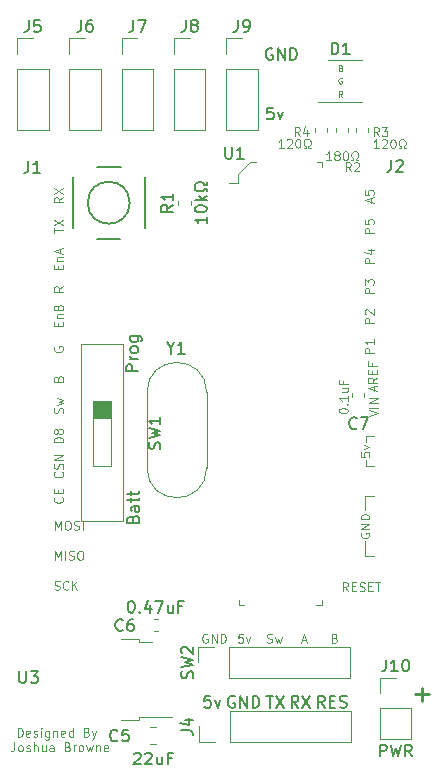
<source format=gbr>
G04 #@! TF.GenerationSoftware,KiCad,Pcbnew,(5.1.4-0-10_14)*
G04 #@! TF.CreationDate,2020-05-04T21:59:13+12:00*
G04 #@! TF.ProjectId,Hand Mesurement Device,48616e64-204d-4657-9375-72656d656e74,rev?*
G04 #@! TF.SameCoordinates,Original*
G04 #@! TF.FileFunction,Legend,Top*
G04 #@! TF.FilePolarity,Positive*
%FSLAX46Y46*%
G04 Gerber Fmt 4.6, Leading zero omitted, Abs format (unit mm)*
G04 Created by KiCad (PCBNEW (5.1.4-0-10_14)) date 2020-05-04 21:59:13*
%MOMM*%
%LPD*%
G04 APERTURE LIST*
%ADD10C,0.150000*%
%ADD11C,0.100000*%
%ADD12C,0.120000*%
%ADD13C,0.225000*%
%ADD14C,0.203200*%
%ADD15C,0.075000*%
G04 APERTURE END LIST*
D10*
X148980952Y-124432380D02*
X148647619Y-123956190D01*
X148409523Y-124432380D02*
X148409523Y-123432380D01*
X148790476Y-123432380D01*
X148885714Y-123480000D01*
X148933333Y-123527619D01*
X148980952Y-123622857D01*
X148980952Y-123765714D01*
X148933333Y-123860952D01*
X148885714Y-123908571D01*
X148790476Y-123956190D01*
X148409523Y-123956190D01*
X149409523Y-123908571D02*
X149742857Y-123908571D01*
X149885714Y-124432380D02*
X149409523Y-124432380D01*
X149409523Y-123432380D01*
X149885714Y-123432380D01*
X150266666Y-124384761D02*
X150409523Y-124432380D01*
X150647619Y-124432380D01*
X150742857Y-124384761D01*
X150790476Y-124337142D01*
X150838095Y-124241904D01*
X150838095Y-124146666D01*
X150790476Y-124051428D01*
X150742857Y-124003809D01*
X150647619Y-123956190D01*
X150457142Y-123908571D01*
X150361904Y-123860952D01*
X150314285Y-123813333D01*
X150266666Y-123718095D01*
X150266666Y-123622857D01*
X150314285Y-123527619D01*
X150361904Y-123480000D01*
X150457142Y-123432380D01*
X150695238Y-123432380D01*
X150838095Y-123480000D01*
X144020000Y-123432380D02*
X144591428Y-123432380D01*
X144305714Y-124432380D02*
X144305714Y-123432380D01*
X144829524Y-123432380D02*
X145496190Y-124432380D01*
X145496190Y-123432380D02*
X144829524Y-124432380D01*
X139297142Y-123432380D02*
X138820952Y-123432380D01*
X138773333Y-123908571D01*
X138820952Y-123860952D01*
X138916190Y-123813333D01*
X139154285Y-123813333D01*
X139249523Y-123860952D01*
X139297142Y-123908571D01*
X139344761Y-124003809D01*
X139344761Y-124241904D01*
X139297142Y-124337142D01*
X139249523Y-124384761D01*
X139154285Y-124432380D01*
X138916190Y-124432380D01*
X138820952Y-124384761D01*
X138773333Y-124337142D01*
X139678095Y-123765714D02*
X139916190Y-124432380D01*
X140154285Y-123765714D01*
X141349047Y-123480000D02*
X141253809Y-123432380D01*
X141110952Y-123432380D01*
X140968094Y-123480000D01*
X140872856Y-123575238D01*
X140825237Y-123670476D01*
X140777618Y-123860952D01*
X140777618Y-124003809D01*
X140825237Y-124194285D01*
X140872856Y-124289523D01*
X140968094Y-124384761D01*
X141110952Y-124432380D01*
X141206190Y-124432380D01*
X141349047Y-124384761D01*
X141396666Y-124337142D01*
X141396666Y-124003809D01*
X141206190Y-124003809D01*
X141825237Y-124432380D02*
X141825237Y-123432380D01*
X142396666Y-124432380D01*
X142396666Y-123432380D01*
X142872856Y-124432380D02*
X142872856Y-123432380D01*
X143110952Y-123432380D01*
X143253809Y-123480000D01*
X143349047Y-123575238D01*
X143396666Y-123670476D01*
X143444285Y-123860952D01*
X143444285Y-124003809D01*
X143396666Y-124194285D01*
X143349047Y-124289523D01*
X143253809Y-124384761D01*
X143110952Y-124432380D01*
X142872856Y-124432380D01*
X146738571Y-124432380D02*
X146405238Y-123956190D01*
X146167142Y-124432380D02*
X146167142Y-123432380D01*
X146548095Y-123432380D01*
X146643333Y-123480000D01*
X146690952Y-123527619D01*
X146738571Y-123622857D01*
X146738571Y-123765714D01*
X146690952Y-123860952D01*
X146643333Y-123908571D01*
X146548095Y-123956190D01*
X146167142Y-123956190D01*
X147071904Y-123432380D02*
X147738571Y-124432380D01*
X147738571Y-123432380D02*
X147071904Y-124432380D01*
D11*
X122978571Y-126906785D02*
X122978571Y-126156785D01*
X123157142Y-126156785D01*
X123264285Y-126192500D01*
X123335714Y-126263928D01*
X123371428Y-126335357D01*
X123407142Y-126478214D01*
X123407142Y-126585357D01*
X123371428Y-126728214D01*
X123335714Y-126799642D01*
X123264285Y-126871071D01*
X123157142Y-126906785D01*
X122978571Y-126906785D01*
X124014285Y-126871071D02*
X123942857Y-126906785D01*
X123800000Y-126906785D01*
X123728571Y-126871071D01*
X123692857Y-126799642D01*
X123692857Y-126513928D01*
X123728571Y-126442500D01*
X123800000Y-126406785D01*
X123942857Y-126406785D01*
X124014285Y-126442500D01*
X124050000Y-126513928D01*
X124050000Y-126585357D01*
X123692857Y-126656785D01*
X124335714Y-126871071D02*
X124407142Y-126906785D01*
X124550000Y-126906785D01*
X124621428Y-126871071D01*
X124657142Y-126799642D01*
X124657142Y-126763928D01*
X124621428Y-126692500D01*
X124550000Y-126656785D01*
X124442857Y-126656785D01*
X124371428Y-126621071D01*
X124335714Y-126549642D01*
X124335714Y-126513928D01*
X124371428Y-126442500D01*
X124442857Y-126406785D01*
X124550000Y-126406785D01*
X124621428Y-126442500D01*
X124978571Y-126906785D02*
X124978571Y-126406785D01*
X124978571Y-126156785D02*
X124942857Y-126192500D01*
X124978571Y-126228214D01*
X125014285Y-126192500D01*
X124978571Y-126156785D01*
X124978571Y-126228214D01*
X125657142Y-126406785D02*
X125657142Y-127013928D01*
X125621428Y-127085357D01*
X125585714Y-127121071D01*
X125514285Y-127156785D01*
X125407142Y-127156785D01*
X125335714Y-127121071D01*
X125657142Y-126871071D02*
X125585714Y-126906785D01*
X125442857Y-126906785D01*
X125371428Y-126871071D01*
X125335714Y-126835357D01*
X125300000Y-126763928D01*
X125300000Y-126549642D01*
X125335714Y-126478214D01*
X125371428Y-126442500D01*
X125442857Y-126406785D01*
X125585714Y-126406785D01*
X125657142Y-126442500D01*
X126014285Y-126406785D02*
X126014285Y-126906785D01*
X126014285Y-126478214D02*
X126050000Y-126442500D01*
X126121428Y-126406785D01*
X126228571Y-126406785D01*
X126300000Y-126442500D01*
X126335714Y-126513928D01*
X126335714Y-126906785D01*
X126978571Y-126871071D02*
X126907142Y-126906785D01*
X126764285Y-126906785D01*
X126692857Y-126871071D01*
X126657142Y-126799642D01*
X126657142Y-126513928D01*
X126692857Y-126442500D01*
X126764285Y-126406785D01*
X126907142Y-126406785D01*
X126978571Y-126442500D01*
X127014285Y-126513928D01*
X127014285Y-126585357D01*
X126657142Y-126656785D01*
X127657142Y-126906785D02*
X127657142Y-126156785D01*
X127657142Y-126871071D02*
X127585714Y-126906785D01*
X127442857Y-126906785D01*
X127371428Y-126871071D01*
X127335714Y-126835357D01*
X127300000Y-126763928D01*
X127300000Y-126549642D01*
X127335714Y-126478214D01*
X127371428Y-126442500D01*
X127442857Y-126406785D01*
X127585714Y-126406785D01*
X127657142Y-126442500D01*
X128835714Y-126513928D02*
X128942857Y-126549642D01*
X128978571Y-126585357D01*
X129014285Y-126656785D01*
X129014285Y-126763928D01*
X128978571Y-126835357D01*
X128942857Y-126871071D01*
X128871428Y-126906785D01*
X128585714Y-126906785D01*
X128585714Y-126156785D01*
X128835714Y-126156785D01*
X128907142Y-126192500D01*
X128942857Y-126228214D01*
X128978571Y-126299642D01*
X128978571Y-126371071D01*
X128942857Y-126442500D01*
X128907142Y-126478214D01*
X128835714Y-126513928D01*
X128585714Y-126513928D01*
X129264285Y-126406785D02*
X129442857Y-126906785D01*
X129621428Y-126406785D02*
X129442857Y-126906785D01*
X129371428Y-127085357D01*
X129335714Y-127121071D01*
X129264285Y-127156785D01*
X122710714Y-127381785D02*
X122710714Y-127917500D01*
X122675000Y-128024642D01*
X122603571Y-128096071D01*
X122496428Y-128131785D01*
X122425000Y-128131785D01*
X123175000Y-128131785D02*
X123103571Y-128096071D01*
X123067857Y-128060357D01*
X123032142Y-127988928D01*
X123032142Y-127774642D01*
X123067857Y-127703214D01*
X123103571Y-127667500D01*
X123175000Y-127631785D01*
X123282142Y-127631785D01*
X123353571Y-127667500D01*
X123389285Y-127703214D01*
X123425000Y-127774642D01*
X123425000Y-127988928D01*
X123389285Y-128060357D01*
X123353571Y-128096071D01*
X123282142Y-128131785D01*
X123175000Y-128131785D01*
X123710714Y-128096071D02*
X123782142Y-128131785D01*
X123925000Y-128131785D01*
X123996428Y-128096071D01*
X124032142Y-128024642D01*
X124032142Y-127988928D01*
X123996428Y-127917500D01*
X123925000Y-127881785D01*
X123817857Y-127881785D01*
X123746428Y-127846071D01*
X123710714Y-127774642D01*
X123710714Y-127738928D01*
X123746428Y-127667500D01*
X123817857Y-127631785D01*
X123925000Y-127631785D01*
X123996428Y-127667500D01*
X124353571Y-128131785D02*
X124353571Y-127381785D01*
X124675000Y-128131785D02*
X124675000Y-127738928D01*
X124639285Y-127667500D01*
X124567857Y-127631785D01*
X124460714Y-127631785D01*
X124389285Y-127667500D01*
X124353571Y-127703214D01*
X125353571Y-127631785D02*
X125353571Y-128131785D01*
X125032142Y-127631785D02*
X125032142Y-128024642D01*
X125067857Y-128096071D01*
X125139285Y-128131785D01*
X125246428Y-128131785D01*
X125317857Y-128096071D01*
X125353571Y-128060357D01*
X126032142Y-128131785D02*
X126032142Y-127738928D01*
X125996428Y-127667500D01*
X125925000Y-127631785D01*
X125782142Y-127631785D01*
X125710714Y-127667500D01*
X126032142Y-128096071D02*
X125960714Y-128131785D01*
X125782142Y-128131785D01*
X125710714Y-128096071D01*
X125675000Y-128024642D01*
X125675000Y-127953214D01*
X125710714Y-127881785D01*
X125782142Y-127846071D01*
X125960714Y-127846071D01*
X126032142Y-127810357D01*
X127210714Y-127738928D02*
X127317857Y-127774642D01*
X127353571Y-127810357D01*
X127389285Y-127881785D01*
X127389285Y-127988928D01*
X127353571Y-128060357D01*
X127317857Y-128096071D01*
X127246428Y-128131785D01*
X126960714Y-128131785D01*
X126960714Y-127381785D01*
X127210714Y-127381785D01*
X127282142Y-127417500D01*
X127317857Y-127453214D01*
X127353571Y-127524642D01*
X127353571Y-127596071D01*
X127317857Y-127667500D01*
X127282142Y-127703214D01*
X127210714Y-127738928D01*
X126960714Y-127738928D01*
X127710714Y-128131785D02*
X127710714Y-127631785D01*
X127710714Y-127774642D02*
X127746428Y-127703214D01*
X127782142Y-127667500D01*
X127853571Y-127631785D01*
X127925000Y-127631785D01*
X128282142Y-128131785D02*
X128210714Y-128096071D01*
X128175000Y-128060357D01*
X128139285Y-127988928D01*
X128139285Y-127774642D01*
X128175000Y-127703214D01*
X128210714Y-127667500D01*
X128282142Y-127631785D01*
X128389285Y-127631785D01*
X128460714Y-127667500D01*
X128496428Y-127703214D01*
X128532142Y-127774642D01*
X128532142Y-127988928D01*
X128496428Y-128060357D01*
X128460714Y-128096071D01*
X128389285Y-128131785D01*
X128282142Y-128131785D01*
X128782142Y-127631785D02*
X128925000Y-128131785D01*
X129067857Y-127774642D01*
X129210714Y-128131785D01*
X129353571Y-127631785D01*
X129639285Y-127631785D02*
X129639285Y-128131785D01*
X129639285Y-127703214D02*
X129675000Y-127667500D01*
X129746428Y-127631785D01*
X129853571Y-127631785D01*
X129925000Y-127667500D01*
X129960714Y-127738928D01*
X129960714Y-128131785D01*
X130603571Y-128096071D02*
X130532142Y-128131785D01*
X130389285Y-128131785D01*
X130317857Y-128096071D01*
X130282142Y-128024642D01*
X130282142Y-127738928D01*
X130317857Y-127667500D01*
X130389285Y-127631785D01*
X130532142Y-127631785D01*
X130603571Y-127667500D01*
X130639285Y-127738928D01*
X130639285Y-127810357D01*
X130282142Y-127881785D01*
D10*
X132753571Y-108452380D02*
X132801190Y-108309523D01*
X132848809Y-108261904D01*
X132944047Y-108214285D01*
X133086904Y-108214285D01*
X133182142Y-108261904D01*
X133229761Y-108309523D01*
X133277380Y-108404761D01*
X133277380Y-108785714D01*
X132277380Y-108785714D01*
X132277380Y-108452380D01*
X132325000Y-108357142D01*
X132372619Y-108309523D01*
X132467857Y-108261904D01*
X132563095Y-108261904D01*
X132658333Y-108309523D01*
X132705952Y-108357142D01*
X132753571Y-108452380D01*
X132753571Y-108785714D01*
X133277380Y-107357142D02*
X132753571Y-107357142D01*
X132658333Y-107404761D01*
X132610714Y-107500000D01*
X132610714Y-107690476D01*
X132658333Y-107785714D01*
X133229761Y-107357142D02*
X133277380Y-107452380D01*
X133277380Y-107690476D01*
X133229761Y-107785714D01*
X133134523Y-107833333D01*
X133039285Y-107833333D01*
X132944047Y-107785714D01*
X132896428Y-107690476D01*
X132896428Y-107452380D01*
X132848809Y-107357142D01*
X132610714Y-107023809D02*
X132610714Y-106642857D01*
X132277380Y-106880952D02*
X133134523Y-106880952D01*
X133229761Y-106833333D01*
X133277380Y-106738095D01*
X133277380Y-106642857D01*
X132610714Y-106452380D02*
X132610714Y-106071428D01*
X132277380Y-106309523D02*
X133134523Y-106309523D01*
X133229761Y-106261904D01*
X133277380Y-106166666D01*
X133277380Y-106071428D01*
D11*
X126742857Y-104480357D02*
X126778571Y-104516071D01*
X126814285Y-104623214D01*
X126814285Y-104694642D01*
X126778571Y-104801785D01*
X126707142Y-104873214D01*
X126635714Y-104908928D01*
X126492857Y-104944642D01*
X126385714Y-104944642D01*
X126242857Y-104908928D01*
X126171428Y-104873214D01*
X126100000Y-104801785D01*
X126064285Y-104694642D01*
X126064285Y-104623214D01*
X126100000Y-104516071D01*
X126135714Y-104480357D01*
X126778571Y-104194642D02*
X126814285Y-104087500D01*
X126814285Y-103908928D01*
X126778571Y-103837500D01*
X126742857Y-103801785D01*
X126671428Y-103766071D01*
X126600000Y-103766071D01*
X126528571Y-103801785D01*
X126492857Y-103837500D01*
X126457142Y-103908928D01*
X126421428Y-104051785D01*
X126385714Y-104123214D01*
X126350000Y-104158928D01*
X126278571Y-104194642D01*
X126207142Y-104194642D01*
X126135714Y-104158928D01*
X126100000Y-104123214D01*
X126064285Y-104051785D01*
X126064285Y-103873214D01*
X126100000Y-103766071D01*
X126814285Y-103444642D02*
X126064285Y-103444642D01*
X126814285Y-103016071D01*
X126064285Y-103016071D01*
D10*
X133177380Y-95951190D02*
X132177380Y-95951190D01*
X132177380Y-95570238D01*
X132225000Y-95475000D01*
X132272619Y-95427380D01*
X132367857Y-95379761D01*
X132510714Y-95379761D01*
X132605952Y-95427380D01*
X132653571Y-95475000D01*
X132701190Y-95570238D01*
X132701190Y-95951190D01*
X133177380Y-94951190D02*
X132510714Y-94951190D01*
X132701190Y-94951190D02*
X132605952Y-94903571D01*
X132558333Y-94855952D01*
X132510714Y-94760714D01*
X132510714Y-94665476D01*
X133177380Y-94189285D02*
X133129761Y-94284523D01*
X133082142Y-94332142D01*
X132986904Y-94379761D01*
X132701190Y-94379761D01*
X132605952Y-94332142D01*
X132558333Y-94284523D01*
X132510714Y-94189285D01*
X132510714Y-94046428D01*
X132558333Y-93951190D01*
X132605952Y-93903571D01*
X132701190Y-93855952D01*
X132986904Y-93855952D01*
X133082142Y-93903571D01*
X133129761Y-93951190D01*
X133177380Y-94046428D01*
X133177380Y-94189285D01*
X132510714Y-92998809D02*
X133320238Y-92998809D01*
X133415476Y-93046428D01*
X133463095Y-93094047D01*
X133510714Y-93189285D01*
X133510714Y-93332142D01*
X133463095Y-93427380D01*
X133129761Y-92998809D02*
X133177380Y-93094047D01*
X133177380Y-93284523D01*
X133129761Y-93379761D01*
X133082142Y-93427380D01*
X132986904Y-93475000D01*
X132701190Y-93475000D01*
X132605952Y-93427380D01*
X132558333Y-93379761D01*
X132510714Y-93284523D01*
X132510714Y-93094047D01*
X132558333Y-92998809D01*
D12*
X152400000Y-111625000D02*
X153150000Y-111625000D01*
X152400000Y-110350000D02*
X152400000Y-111625000D01*
X152400000Y-106525000D02*
X153175000Y-106525000D01*
X152400000Y-107700000D02*
X152400000Y-106525000D01*
X152475000Y-103950000D02*
X153125000Y-103950000D01*
X152475000Y-103475000D02*
X152475000Y-103950000D01*
X152475000Y-101425000D02*
X153125000Y-101425000D01*
X152475000Y-101950000D02*
X152475000Y-101425000D01*
D11*
X150960714Y-114564285D02*
X150710714Y-114207142D01*
X150532142Y-114564285D02*
X150532142Y-113814285D01*
X150817857Y-113814285D01*
X150889285Y-113850000D01*
X150925000Y-113885714D01*
X150960714Y-113957142D01*
X150960714Y-114064285D01*
X150925000Y-114135714D01*
X150889285Y-114171428D01*
X150817857Y-114207142D01*
X150532142Y-114207142D01*
X151282142Y-114171428D02*
X151532142Y-114171428D01*
X151639285Y-114564285D02*
X151282142Y-114564285D01*
X151282142Y-113814285D01*
X151639285Y-113814285D01*
X151925000Y-114528571D02*
X152032142Y-114564285D01*
X152210714Y-114564285D01*
X152282142Y-114528571D01*
X152317857Y-114492857D01*
X152353571Y-114421428D01*
X152353571Y-114350000D01*
X152317857Y-114278571D01*
X152282142Y-114242857D01*
X152210714Y-114207142D01*
X152067857Y-114171428D01*
X151996428Y-114135714D01*
X151960714Y-114100000D01*
X151925000Y-114028571D01*
X151925000Y-113957142D01*
X151960714Y-113885714D01*
X151996428Y-113850000D01*
X152067857Y-113814285D01*
X152246428Y-113814285D01*
X152353571Y-113850000D01*
X152675000Y-114171428D02*
X152925000Y-114171428D01*
X153032142Y-114564285D02*
X152675000Y-114564285D01*
X152675000Y-113814285D01*
X153032142Y-113814285D01*
X153246428Y-113814285D02*
X153675000Y-113814285D01*
X153460714Y-114564285D02*
X153460714Y-113814285D01*
X152050000Y-109645653D02*
X152014285Y-109717082D01*
X152014285Y-109824225D01*
X152050000Y-109931367D01*
X152121428Y-110002796D01*
X152192857Y-110038510D01*
X152335714Y-110074225D01*
X152442857Y-110074225D01*
X152585714Y-110038510D01*
X152657142Y-110002796D01*
X152728571Y-109931367D01*
X152764285Y-109824225D01*
X152764285Y-109752796D01*
X152728571Y-109645653D01*
X152692857Y-109609939D01*
X152442857Y-109609939D01*
X152442857Y-109752796D01*
X152764285Y-109288510D02*
X152014285Y-109288510D01*
X152764285Y-108859939D01*
X152014285Y-108859939D01*
X152764285Y-108502796D02*
X152014285Y-108502796D01*
X152014285Y-108324225D01*
X152050000Y-108217082D01*
X152121428Y-108145653D01*
X152192857Y-108109939D01*
X152335714Y-108074225D01*
X152442857Y-108074225D01*
X152585714Y-108109939D01*
X152657142Y-108145653D01*
X152728571Y-108217082D01*
X152764285Y-108324225D01*
X152764285Y-108502796D01*
X152014285Y-102827142D02*
X152014285Y-103184285D01*
X152371428Y-103220000D01*
X152335714Y-103184285D01*
X152300000Y-103112857D01*
X152300000Y-102934285D01*
X152335714Y-102862857D01*
X152371428Y-102827142D01*
X152442857Y-102791428D01*
X152621428Y-102791428D01*
X152692857Y-102827142D01*
X152728571Y-102862857D01*
X152764285Y-102934285D01*
X152764285Y-103112857D01*
X152728571Y-103184285D01*
X152692857Y-103220000D01*
X152264285Y-102541428D02*
X152764285Y-102362857D01*
X152264285Y-102184285D01*
X152739285Y-99771428D02*
X153489285Y-99521428D01*
X152739285Y-99271428D01*
X153489285Y-99021428D02*
X152739285Y-99021428D01*
X153489285Y-98664285D02*
X152739285Y-98664285D01*
X153489285Y-98235714D01*
X152739285Y-98235714D01*
X153175000Y-97589285D02*
X153175000Y-97232142D01*
X153389285Y-97660714D02*
X152639285Y-97410714D01*
X153389285Y-97160714D01*
X153389285Y-96482142D02*
X153032142Y-96732142D01*
X153389285Y-96910714D02*
X152639285Y-96910714D01*
X152639285Y-96625000D01*
X152675000Y-96553571D01*
X152710714Y-96517857D01*
X152782142Y-96482142D01*
X152889285Y-96482142D01*
X152960714Y-96517857D01*
X152996428Y-96553571D01*
X153032142Y-96625000D01*
X153032142Y-96910714D01*
X152996428Y-96160714D02*
X152996428Y-95910714D01*
X153389285Y-95803571D02*
X153389285Y-96160714D01*
X152639285Y-96160714D01*
X152639285Y-95803571D01*
X152996428Y-95232142D02*
X152996428Y-95482142D01*
X153389285Y-95482142D02*
X152639285Y-95482142D01*
X152639285Y-95125000D01*
X153114285Y-94385492D02*
X152364285Y-94385492D01*
X152364285Y-94099778D01*
X152400000Y-94028349D01*
X152435714Y-93992635D01*
X152507142Y-93956921D01*
X152614285Y-93956921D01*
X152685714Y-93992635D01*
X152721428Y-94028349D01*
X152757142Y-94099778D01*
X152757142Y-94385492D01*
X153114285Y-93242635D02*
X153114285Y-93671206D01*
X153114285Y-93456921D02*
X152364285Y-93456921D01*
X152471428Y-93528349D01*
X152542857Y-93599778D01*
X152578571Y-93671206D01*
X153114285Y-91845108D02*
X152364285Y-91845108D01*
X152364285Y-91559394D01*
X152400000Y-91487965D01*
X152435714Y-91452251D01*
X152507142Y-91416537D01*
X152614285Y-91416537D01*
X152685714Y-91452251D01*
X152721428Y-91487965D01*
X152757142Y-91559394D01*
X152757142Y-91845108D01*
X152435714Y-91130822D02*
X152400000Y-91095108D01*
X152364285Y-91023679D01*
X152364285Y-90845108D01*
X152400000Y-90773679D01*
X152435714Y-90737965D01*
X152507142Y-90702251D01*
X152578571Y-90702251D01*
X152685714Y-90737965D01*
X153114285Y-91166537D01*
X153114285Y-90702251D01*
X153114285Y-89304724D02*
X152364285Y-89304724D01*
X152364285Y-89019010D01*
X152400000Y-88947581D01*
X152435714Y-88911867D01*
X152507142Y-88876153D01*
X152614285Y-88876153D01*
X152685714Y-88911867D01*
X152721428Y-88947581D01*
X152757142Y-89019010D01*
X152757142Y-89304724D01*
X152364285Y-88626153D02*
X152364285Y-88161867D01*
X152650000Y-88411867D01*
X152650000Y-88304724D01*
X152685714Y-88233295D01*
X152721428Y-88197581D01*
X152792857Y-88161867D01*
X152971428Y-88161867D01*
X153042857Y-88197581D01*
X153078571Y-88233295D01*
X153114285Y-88304724D01*
X153114285Y-88519010D01*
X153078571Y-88590438D01*
X153042857Y-88626153D01*
X153114285Y-86764340D02*
X152364285Y-86764340D01*
X152364285Y-86478626D01*
X152400000Y-86407197D01*
X152435714Y-86371483D01*
X152507142Y-86335769D01*
X152614285Y-86335769D01*
X152685714Y-86371483D01*
X152721428Y-86407197D01*
X152757142Y-86478626D01*
X152757142Y-86764340D01*
X152614285Y-85692911D02*
X153114285Y-85692911D01*
X152328571Y-85871483D02*
X152864285Y-86050054D01*
X152864285Y-85585769D01*
X153114285Y-84223956D02*
X152364285Y-84223956D01*
X152364285Y-83938242D01*
X152400000Y-83866813D01*
X152435714Y-83831099D01*
X152507142Y-83795385D01*
X152614285Y-83795385D01*
X152685714Y-83831099D01*
X152721428Y-83866813D01*
X152757142Y-83938242D01*
X152757142Y-84223956D01*
X152364285Y-83116813D02*
X152364285Y-83473956D01*
X152721428Y-83509670D01*
X152685714Y-83473956D01*
X152650000Y-83402527D01*
X152650000Y-83223956D01*
X152685714Y-83152527D01*
X152721428Y-83116813D01*
X152792857Y-83081099D01*
X152971428Y-83081099D01*
X153042857Y-83116813D01*
X153078571Y-83152527D01*
X153114285Y-83223956D01*
X153114285Y-83402527D01*
X153078571Y-83473956D01*
X153042857Y-83509670D01*
X152900000Y-81665715D02*
X152900000Y-81308572D01*
X153114285Y-81737143D02*
X152364285Y-81487143D01*
X153114285Y-81237143D01*
X152364285Y-80630001D02*
X152364285Y-80987143D01*
X152721428Y-81022858D01*
X152685714Y-80987143D01*
X152650000Y-80915715D01*
X152650000Y-80737143D01*
X152685714Y-80665715D01*
X152721428Y-80630001D01*
X152792857Y-80594286D01*
X152971428Y-80594286D01*
X153042857Y-80630001D01*
X153078571Y-80665715D01*
X153114285Y-80737143D01*
X153114285Y-80915715D01*
X153078571Y-80987143D01*
X153042857Y-81022858D01*
X126102857Y-114426071D02*
X126210000Y-114461785D01*
X126388571Y-114461785D01*
X126460000Y-114426071D01*
X126495714Y-114390357D01*
X126531428Y-114318928D01*
X126531428Y-114247500D01*
X126495714Y-114176071D01*
X126460000Y-114140357D01*
X126388571Y-114104642D01*
X126245714Y-114068928D01*
X126174285Y-114033214D01*
X126138571Y-113997500D01*
X126102857Y-113926071D01*
X126102857Y-113854642D01*
X126138571Y-113783214D01*
X126174285Y-113747500D01*
X126245714Y-113711785D01*
X126424285Y-113711785D01*
X126531428Y-113747500D01*
X127281428Y-114390357D02*
X127245714Y-114426071D01*
X127138571Y-114461785D01*
X127067143Y-114461785D01*
X126960000Y-114426071D01*
X126888571Y-114354642D01*
X126852857Y-114283214D01*
X126817143Y-114140357D01*
X126817143Y-114033214D01*
X126852857Y-113890357D01*
X126888571Y-113818928D01*
X126960000Y-113747500D01*
X127067143Y-113711785D01*
X127138571Y-113711785D01*
X127245714Y-113747500D01*
X127281428Y-113783214D01*
X127602857Y-114461785D02*
X127602857Y-113711785D01*
X128031428Y-114461785D02*
X127710000Y-114033214D01*
X128031428Y-113711785D02*
X127602857Y-114140357D01*
X126138571Y-111921785D02*
X126138571Y-111171785D01*
X126388571Y-111707500D01*
X126638571Y-111171785D01*
X126638571Y-111921785D01*
X126995714Y-111921785D02*
X126995714Y-111171785D01*
X127317143Y-111886071D02*
X127424285Y-111921785D01*
X127602857Y-111921785D01*
X127674285Y-111886071D01*
X127710000Y-111850357D01*
X127745714Y-111778928D01*
X127745714Y-111707500D01*
X127710000Y-111636071D01*
X127674285Y-111600357D01*
X127602857Y-111564642D01*
X127460000Y-111528928D01*
X127388571Y-111493214D01*
X127352857Y-111457500D01*
X127317143Y-111386071D01*
X127317143Y-111314642D01*
X127352857Y-111243214D01*
X127388571Y-111207500D01*
X127460000Y-111171785D01*
X127638571Y-111171785D01*
X127745714Y-111207500D01*
X128210000Y-111171785D02*
X128352857Y-111171785D01*
X128424285Y-111207500D01*
X128495714Y-111278928D01*
X128531428Y-111421785D01*
X128531428Y-111671785D01*
X128495714Y-111814642D01*
X128424285Y-111886071D01*
X128352857Y-111921785D01*
X128210000Y-111921785D01*
X128138571Y-111886071D01*
X128067143Y-111814642D01*
X128031428Y-111671785D01*
X128031428Y-111421785D01*
X128067143Y-111278928D01*
X128138571Y-111207500D01*
X128210000Y-111171785D01*
X126138571Y-109381785D02*
X126138571Y-108631785D01*
X126388571Y-109167500D01*
X126638571Y-108631785D01*
X126638571Y-109381785D01*
X127138571Y-108631785D02*
X127281428Y-108631785D01*
X127352857Y-108667500D01*
X127424285Y-108738928D01*
X127460000Y-108881785D01*
X127460000Y-109131785D01*
X127424285Y-109274642D01*
X127352857Y-109346071D01*
X127281428Y-109381785D01*
X127138571Y-109381785D01*
X127067143Y-109346071D01*
X126995714Y-109274642D01*
X126960000Y-109131785D01*
X126960000Y-108881785D01*
X126995714Y-108738928D01*
X127067143Y-108667500D01*
X127138571Y-108631785D01*
X127745714Y-109346071D02*
X127852857Y-109381785D01*
X128031428Y-109381785D01*
X128102857Y-109346071D01*
X128138571Y-109310357D01*
X128174285Y-109238928D01*
X128174285Y-109167500D01*
X128138571Y-109096071D01*
X128102857Y-109060357D01*
X128031428Y-109024642D01*
X127888571Y-108988928D01*
X127817143Y-108953214D01*
X127781428Y-108917500D01*
X127745714Y-108846071D01*
X127745714Y-108774642D01*
X127781428Y-108703214D01*
X127817143Y-108667500D01*
X127888571Y-108631785D01*
X128067143Y-108631785D01*
X128174285Y-108667500D01*
X128495714Y-109381785D02*
X128495714Y-108631785D01*
X126742857Y-106609642D02*
X126778571Y-106645357D01*
X126814285Y-106752500D01*
X126814285Y-106823928D01*
X126778571Y-106931071D01*
X126707142Y-107002500D01*
X126635714Y-107038214D01*
X126492857Y-107073928D01*
X126385714Y-107073928D01*
X126242857Y-107038214D01*
X126171428Y-107002500D01*
X126100000Y-106931071D01*
X126064285Y-106823928D01*
X126064285Y-106752500D01*
X126100000Y-106645357D01*
X126135714Y-106609642D01*
X126421428Y-106288214D02*
X126421428Y-106038214D01*
X126814285Y-105931071D02*
X126814285Y-106288214D01*
X126064285Y-106288214D01*
X126064285Y-105931071D01*
X126814285Y-101976071D02*
X126064285Y-101976071D01*
X126064285Y-101797500D01*
X126100000Y-101690357D01*
X126171428Y-101618928D01*
X126242857Y-101583214D01*
X126385714Y-101547500D01*
X126492857Y-101547500D01*
X126635714Y-101583214D01*
X126707142Y-101618928D01*
X126778571Y-101690357D01*
X126814285Y-101797500D01*
X126814285Y-101976071D01*
X126385714Y-101118928D02*
X126350000Y-101190357D01*
X126314285Y-101226071D01*
X126242857Y-101261785D01*
X126207142Y-101261785D01*
X126135714Y-101226071D01*
X126100000Y-101190357D01*
X126064285Y-101118928D01*
X126064285Y-100976071D01*
X126100000Y-100904642D01*
X126135714Y-100868928D01*
X126207142Y-100833214D01*
X126242857Y-100833214D01*
X126314285Y-100868928D01*
X126350000Y-100904642D01*
X126385714Y-100976071D01*
X126385714Y-101118928D01*
X126421428Y-101190357D01*
X126457142Y-101226071D01*
X126528571Y-101261785D01*
X126671428Y-101261785D01*
X126742857Y-101226071D01*
X126778571Y-101190357D01*
X126814285Y-101118928D01*
X126814285Y-100976071D01*
X126778571Y-100904642D01*
X126742857Y-100868928D01*
X126671428Y-100833214D01*
X126528571Y-100833214D01*
X126457142Y-100868928D01*
X126421428Y-100904642D01*
X126385714Y-100976071D01*
X126778571Y-99489642D02*
X126814285Y-99382500D01*
X126814285Y-99203928D01*
X126778571Y-99132500D01*
X126742857Y-99096785D01*
X126671428Y-99061071D01*
X126600000Y-99061071D01*
X126528571Y-99096785D01*
X126492857Y-99132500D01*
X126457142Y-99203928D01*
X126421428Y-99346785D01*
X126385714Y-99418214D01*
X126350000Y-99453928D01*
X126278571Y-99489642D01*
X126207142Y-99489642D01*
X126135714Y-99453928D01*
X126100000Y-99418214D01*
X126064285Y-99346785D01*
X126064285Y-99168214D01*
X126100000Y-99061071D01*
X126314285Y-98811071D02*
X126814285Y-98668214D01*
X126457142Y-98525357D01*
X126814285Y-98382500D01*
X126314285Y-98239642D01*
X126421428Y-96574642D02*
X126457142Y-96467500D01*
X126492857Y-96431785D01*
X126564285Y-96396071D01*
X126671428Y-96396071D01*
X126742857Y-96431785D01*
X126778571Y-96467500D01*
X126814285Y-96538928D01*
X126814285Y-96824642D01*
X126064285Y-96824642D01*
X126064285Y-96574642D01*
X126100000Y-96503214D01*
X126135714Y-96467500D01*
X126207142Y-96431785D01*
X126278571Y-96431785D01*
X126350000Y-96467500D01*
X126385714Y-96503214D01*
X126421428Y-96574642D01*
X126421428Y-96824642D01*
X126100000Y-93891785D02*
X126064285Y-93963214D01*
X126064285Y-94070357D01*
X126100000Y-94177500D01*
X126171428Y-94248928D01*
X126242857Y-94284642D01*
X126385714Y-94320357D01*
X126492857Y-94320357D01*
X126635714Y-94284642D01*
X126707142Y-94248928D01*
X126778571Y-94177500D01*
X126814285Y-94070357D01*
X126814285Y-93998928D01*
X126778571Y-93891785D01*
X126742857Y-93856071D01*
X126492857Y-93856071D01*
X126492857Y-93998928D01*
X126421428Y-92137500D02*
X126421428Y-91887500D01*
X126814285Y-91780357D02*
X126814285Y-92137500D01*
X126064285Y-92137500D01*
X126064285Y-91780357D01*
X126314285Y-91458928D02*
X126814285Y-91458928D01*
X126385714Y-91458928D02*
X126350000Y-91423214D01*
X126314285Y-91351785D01*
X126314285Y-91244642D01*
X126350000Y-91173214D01*
X126421428Y-91137500D01*
X126814285Y-91137500D01*
X126421428Y-90530357D02*
X126457142Y-90423214D01*
X126492857Y-90387500D01*
X126564285Y-90351785D01*
X126671428Y-90351785D01*
X126742857Y-90387500D01*
X126778571Y-90423214D01*
X126814285Y-90494642D01*
X126814285Y-90780357D01*
X126064285Y-90780357D01*
X126064285Y-90530357D01*
X126100000Y-90458928D01*
X126135714Y-90423214D01*
X126207142Y-90387500D01*
X126278571Y-90387500D01*
X126350000Y-90423214D01*
X126385714Y-90458928D01*
X126421428Y-90530357D01*
X126421428Y-90780357D01*
X126814285Y-88776071D02*
X126457142Y-89026071D01*
X126814285Y-89204642D02*
X126064285Y-89204642D01*
X126064285Y-88918928D01*
X126100000Y-88847500D01*
X126135714Y-88811785D01*
X126207142Y-88776071D01*
X126314285Y-88776071D01*
X126385714Y-88811785D01*
X126421428Y-88847500D01*
X126457142Y-88918928D01*
X126457142Y-89204642D01*
X126421428Y-87289642D02*
X126421428Y-87039642D01*
X126814285Y-86932500D02*
X126814285Y-87289642D01*
X126064285Y-87289642D01*
X126064285Y-86932500D01*
X126314285Y-86611071D02*
X126814285Y-86611071D01*
X126385714Y-86611071D02*
X126350000Y-86575357D01*
X126314285Y-86503928D01*
X126314285Y-86396785D01*
X126350000Y-86325357D01*
X126421428Y-86289642D01*
X126814285Y-86289642D01*
X126600000Y-85968214D02*
X126600000Y-85611071D01*
X126814285Y-86039642D02*
X126064285Y-85789642D01*
X126814285Y-85539642D01*
X126064285Y-84213928D02*
X126064285Y-83785357D01*
X126814285Y-83999642D02*
X126064285Y-83999642D01*
X126064285Y-83606785D02*
X126814285Y-83106785D01*
X126064285Y-83106785D02*
X126814285Y-83606785D01*
X126814285Y-81227500D02*
X126457142Y-81477500D01*
X126814285Y-81656071D02*
X126064285Y-81656071D01*
X126064285Y-81370357D01*
X126100000Y-81298928D01*
X126135714Y-81263214D01*
X126207142Y-81227500D01*
X126314285Y-81227500D01*
X126385714Y-81263214D01*
X126421428Y-81298928D01*
X126457142Y-81370357D01*
X126457142Y-81656071D01*
X126064285Y-80977500D02*
X126814285Y-80477500D01*
X126064285Y-80477500D02*
X126814285Y-80977500D01*
X149823571Y-118551428D02*
X149930714Y-118587142D01*
X149966428Y-118622857D01*
X150002142Y-118694285D01*
X150002142Y-118801428D01*
X149966428Y-118872857D01*
X149930714Y-118908571D01*
X149859285Y-118944285D01*
X149573571Y-118944285D01*
X149573571Y-118194285D01*
X149823571Y-118194285D01*
X149895000Y-118230000D01*
X149930714Y-118265714D01*
X149966428Y-118337142D01*
X149966428Y-118408571D01*
X149930714Y-118480000D01*
X149895000Y-118515714D01*
X149823571Y-118551428D01*
X149573571Y-118551428D01*
X147051428Y-118730000D02*
X147408571Y-118730000D01*
X146980000Y-118944285D02*
X147230000Y-118194285D01*
X147480000Y-118944285D01*
X144082857Y-118908571D02*
X144190000Y-118944285D01*
X144368571Y-118944285D01*
X144440000Y-118908571D01*
X144475714Y-118872857D01*
X144511428Y-118801428D01*
X144511428Y-118730000D01*
X144475714Y-118658571D01*
X144440000Y-118622857D01*
X144368571Y-118587142D01*
X144225714Y-118551428D01*
X144154285Y-118515714D01*
X144118571Y-118480000D01*
X144082857Y-118408571D01*
X144082857Y-118337142D01*
X144118571Y-118265714D01*
X144154285Y-118230000D01*
X144225714Y-118194285D01*
X144404285Y-118194285D01*
X144511428Y-118230000D01*
X144761428Y-118444285D02*
X144904285Y-118944285D01*
X145047142Y-118587142D01*
X145190000Y-118944285D01*
X145332857Y-118444285D01*
X142042857Y-118194285D02*
X141685714Y-118194285D01*
X141650000Y-118551428D01*
X141685714Y-118515714D01*
X141757142Y-118480000D01*
X141935714Y-118480000D01*
X142007142Y-118515714D01*
X142042857Y-118551428D01*
X142078571Y-118622857D01*
X142078571Y-118801428D01*
X142042857Y-118872857D01*
X142007142Y-118908571D01*
X141935714Y-118944285D01*
X141757142Y-118944285D01*
X141685714Y-118908571D01*
X141650000Y-118872857D01*
X142328571Y-118444285D02*
X142507142Y-118944285D01*
X142685714Y-118444285D01*
X139038571Y-118230000D02*
X138967142Y-118194285D01*
X138860000Y-118194285D01*
X138752857Y-118230000D01*
X138681428Y-118301428D01*
X138645714Y-118372857D01*
X138610000Y-118515714D01*
X138610000Y-118622857D01*
X138645714Y-118765714D01*
X138681428Y-118837142D01*
X138752857Y-118908571D01*
X138860000Y-118944285D01*
X138931428Y-118944285D01*
X139038571Y-118908571D01*
X139074285Y-118872857D01*
X139074285Y-118622857D01*
X138931428Y-118622857D01*
X139395714Y-118944285D02*
X139395714Y-118194285D01*
X139824285Y-118944285D01*
X139824285Y-118194285D01*
X140181428Y-118944285D02*
X140181428Y-118194285D01*
X140360000Y-118194285D01*
X140467142Y-118230000D01*
X140538571Y-118301428D01*
X140574285Y-118372857D01*
X140610000Y-118515714D01*
X140610000Y-118622857D01*
X140574285Y-118765714D01*
X140538571Y-118837142D01*
X140467142Y-118908571D01*
X140360000Y-118944285D01*
X140181428Y-118944285D01*
D13*
X156628571Y-123307142D02*
X157771428Y-123307142D01*
X157200000Y-123878571D02*
X157200000Y-122735714D01*
D10*
X144607142Y-73627380D02*
X144130952Y-73627380D01*
X144083333Y-74103571D01*
X144130952Y-74055952D01*
X144226190Y-74008333D01*
X144464285Y-74008333D01*
X144559523Y-74055952D01*
X144607142Y-74103571D01*
X144654761Y-74198809D01*
X144654761Y-74436904D01*
X144607142Y-74532142D01*
X144559523Y-74579761D01*
X144464285Y-74627380D01*
X144226190Y-74627380D01*
X144130952Y-74579761D01*
X144083333Y-74532142D01*
X144988095Y-73960714D02*
X145226190Y-74627380D01*
X145464285Y-73960714D01*
X144538095Y-68650000D02*
X144442857Y-68602380D01*
X144300000Y-68602380D01*
X144157142Y-68650000D01*
X144061904Y-68745238D01*
X144014285Y-68840476D01*
X143966666Y-69030952D01*
X143966666Y-69173809D01*
X144014285Y-69364285D01*
X144061904Y-69459523D01*
X144157142Y-69554761D01*
X144300000Y-69602380D01*
X144395238Y-69602380D01*
X144538095Y-69554761D01*
X144585714Y-69507142D01*
X144585714Y-69173809D01*
X144395238Y-69173809D01*
X145014285Y-69602380D02*
X145014285Y-68602380D01*
X145585714Y-69602380D01*
X145585714Y-68602380D01*
X146061904Y-69602380D02*
X146061904Y-68602380D01*
X146300000Y-68602380D01*
X146442857Y-68650000D01*
X146538095Y-68745238D01*
X146585714Y-68840476D01*
X146633333Y-69030952D01*
X146633333Y-69173809D01*
X146585714Y-69364285D01*
X146538095Y-69459523D01*
X146442857Y-69554761D01*
X146300000Y-69602380D01*
X146061904Y-69602380D01*
D11*
X148750000Y-115340000D02*
X148750000Y-115740000D01*
X148750000Y-115740000D02*
X148250000Y-115740000D01*
X141750000Y-115340000D02*
X141750000Y-115740000D01*
X141750000Y-115740000D02*
X142150000Y-115740000D01*
X141650000Y-80050000D02*
X140850000Y-80050000D01*
X143150000Y-78250000D02*
X142650000Y-78250000D01*
X142650000Y-78250000D02*
X141650000Y-79250000D01*
X141650000Y-79250000D02*
X141650000Y-80050000D01*
X148730000Y-78650000D02*
X148730000Y-78250000D01*
X148730000Y-78250000D02*
X148330000Y-78250000D01*
D12*
X149902500Y-75328733D02*
X149902500Y-75671267D01*
X150922500Y-75328733D02*
X150922500Y-75671267D01*
X134841267Y-116910000D02*
X134498733Y-116910000D01*
X134841267Y-117930000D02*
X134498733Y-117930000D01*
X122945000Y-75485000D02*
X125605000Y-75485000D01*
X122945000Y-70345000D02*
X122945000Y-75485000D01*
X125605000Y-70345000D02*
X125605000Y-75485000D01*
X122945000Y-70345000D02*
X125605000Y-70345000D01*
X122945000Y-69075000D02*
X122945000Y-67745000D01*
X122945000Y-67745000D02*
X124275000Y-67745000D01*
X127368750Y-67745000D02*
X128698750Y-67745000D01*
X127368750Y-69075000D02*
X127368750Y-67745000D01*
X127368750Y-70345000D02*
X130028750Y-70345000D01*
X130028750Y-70345000D02*
X130028750Y-75485000D01*
X127368750Y-70345000D02*
X127368750Y-75485000D01*
X127368750Y-75485000D02*
X130028750Y-75485000D01*
X131792500Y-75485000D02*
X134452500Y-75485000D01*
X131792500Y-70345000D02*
X131792500Y-75485000D01*
X134452500Y-70345000D02*
X134452500Y-75485000D01*
X131792500Y-70345000D02*
X134452500Y-70345000D01*
X131792500Y-69075000D02*
X131792500Y-67745000D01*
X131792500Y-67745000D02*
X133122500Y-67745000D01*
X136216250Y-67745000D02*
X137546250Y-67745000D01*
X136216250Y-69075000D02*
X136216250Y-67745000D01*
X136216250Y-70345000D02*
X138876250Y-70345000D01*
X138876250Y-70345000D02*
X138876250Y-75485000D01*
X136216250Y-70345000D02*
X136216250Y-75485000D01*
X136216250Y-75485000D02*
X138876250Y-75485000D01*
X140640000Y-75485000D02*
X143300000Y-75485000D01*
X140640000Y-70345000D02*
X140640000Y-75485000D01*
X143300000Y-70345000D02*
X143300000Y-75485000D01*
X140640000Y-70345000D02*
X143300000Y-70345000D01*
X140640000Y-69075000D02*
X140640000Y-67745000D01*
X140640000Y-67745000D02*
X141970000Y-67745000D01*
X136598100Y-81871267D02*
X136598100Y-81528733D01*
X137618100Y-81871267D02*
X137618100Y-81528733D01*
X152685000Y-75328733D02*
X152685000Y-75671267D01*
X151665000Y-75328733D02*
X151665000Y-75671267D01*
X148140000Y-75328733D02*
X148140000Y-75671267D01*
X149160000Y-75328733D02*
X149160000Y-75671267D01*
D14*
X133739600Y-83839000D02*
X133739600Y-79521000D01*
X127643600Y-79521000D02*
X127643600Y-83839000D01*
X131687280Y-84728000D02*
X129675600Y-84728000D01*
X131717760Y-78632000D02*
X129675600Y-78632000D01*
X132469600Y-81680000D02*
G75*
G03X132469600Y-81680000I-1778000J0D01*
G01*
D12*
X133928332Y-104130000D02*
X133928332Y-97730000D01*
X138978332Y-104130000D02*
X138978332Y-97730000D01*
X138978332Y-104130000D02*
G75*
G02X133928332Y-104130000I-2525000J0D01*
G01*
X138978332Y-97730000D02*
G75*
G03X133928332Y-97730000I-2525000J0D01*
G01*
X153650000Y-127105000D02*
X156310000Y-127105000D01*
X153650000Y-124505000D02*
X153650000Y-127105000D01*
X156310000Y-124505000D02*
X156310000Y-127105000D01*
X153650000Y-124505000D02*
X156310000Y-124505000D01*
X153650000Y-123235000D02*
X153650000Y-121905000D01*
X153650000Y-121905000D02*
X154980000Y-121905000D01*
X140880000Y-121920000D02*
X140880000Y-119260000D01*
X140880000Y-121920000D02*
X151100000Y-121920000D01*
X151100000Y-121920000D02*
X151100000Y-119260000D01*
X140880000Y-119260000D02*
X151100000Y-119260000D01*
X138280000Y-119260000D02*
X139610000Y-119260000D01*
X138280000Y-120590000D02*
X138280000Y-119260000D01*
X134731252Y-127510000D02*
X134208748Y-127510000D01*
X134731252Y-126090000D02*
X134208748Y-126090000D01*
X152150000Y-69625000D02*
X149250000Y-69625000D01*
X152150000Y-73125000D02*
X148450000Y-73125000D01*
X131868916Y-93650000D02*
X131868916Y-108650000D01*
X128368916Y-93650000D02*
X128368916Y-108650000D01*
X131868916Y-93650000D02*
X128368916Y-93650000D01*
X131868916Y-108650000D02*
X128368916Y-108650000D01*
X130868916Y-98450000D02*
X129368916Y-98450000D01*
X129368916Y-98450000D02*
X129368916Y-103950000D01*
X129368916Y-103950000D02*
X130868916Y-103950000D01*
X130868916Y-103950000D02*
X130868916Y-98450000D01*
D11*
G36*
X130868916Y-98450000D02*
G01*
X130868916Y-99950000D01*
X129368916Y-99950000D01*
X129368916Y-98450000D01*
X130868916Y-98450000D01*
G37*
X130868916Y-98450000D02*
X130868916Y-99950000D01*
X129368916Y-99950000D01*
X129368916Y-98450000D01*
X130868916Y-98450000D01*
D12*
X152285000Y-98146267D02*
X152285000Y-97803733D01*
X151265000Y-98146267D02*
X151265000Y-97803733D01*
X131740000Y-125520000D02*
X133240000Y-125520000D01*
X133240000Y-125520000D02*
X133240000Y-125250000D01*
X133240000Y-125250000D02*
X136070000Y-125250000D01*
X131740000Y-118620000D02*
X133240000Y-118620000D01*
X133240000Y-118620000D02*
X133240000Y-118890000D01*
X133240000Y-118890000D02*
X134340000Y-118890000D01*
X151165000Y-127355000D02*
X151165000Y-124695000D01*
X140945000Y-127355000D02*
X151165000Y-127355000D01*
X140945000Y-124695000D02*
X151165000Y-124695000D01*
X140945000Y-127355000D02*
X140945000Y-124695000D01*
X139675000Y-127355000D02*
X138345000Y-127355000D01*
X138345000Y-127355000D02*
X138345000Y-126025000D01*
D10*
X154591666Y-78077380D02*
X154591666Y-78791666D01*
X154544047Y-78934523D01*
X154448809Y-79029761D01*
X154305952Y-79077380D01*
X154210714Y-79077380D01*
X155020238Y-78172619D02*
X155067857Y-78125000D01*
X155163095Y-78077380D01*
X155401190Y-78077380D01*
X155496428Y-78125000D01*
X155544047Y-78172619D01*
X155591666Y-78267857D01*
X155591666Y-78363095D01*
X155544047Y-78505952D01*
X154972619Y-79077380D01*
X155591666Y-79077380D01*
X123891666Y-78127380D02*
X123891666Y-78841666D01*
X123844047Y-78984523D01*
X123748809Y-79079761D01*
X123605952Y-79127380D01*
X123510714Y-79127380D01*
X124891666Y-79127380D02*
X124320238Y-79127380D01*
X124605952Y-79127380D02*
X124605952Y-78127380D01*
X124510714Y-78270238D01*
X124415476Y-78365476D01*
X124320238Y-78413095D01*
X140563095Y-76952380D02*
X140563095Y-77761904D01*
X140610714Y-77857142D01*
X140658333Y-77904761D01*
X140753571Y-77952380D01*
X140944047Y-77952380D01*
X141039285Y-77904761D01*
X141086904Y-77857142D01*
X141134523Y-77761904D01*
X141134523Y-76952380D01*
X142134523Y-77952380D02*
X141563095Y-77952380D01*
X141848809Y-77952380D02*
X141848809Y-76952380D01*
X141753571Y-77095238D01*
X141658333Y-77190476D01*
X141563095Y-77238095D01*
D11*
X151175000Y-79014285D02*
X150925000Y-78657142D01*
X150746428Y-79014285D02*
X150746428Y-78264285D01*
X151032142Y-78264285D01*
X151103571Y-78300000D01*
X151139285Y-78335714D01*
X151175000Y-78407142D01*
X151175000Y-78514285D01*
X151139285Y-78585714D01*
X151103571Y-78621428D01*
X151032142Y-78657142D01*
X150746428Y-78657142D01*
X151460714Y-78335714D02*
X151496428Y-78300000D01*
X151567857Y-78264285D01*
X151746428Y-78264285D01*
X151817857Y-78300000D01*
X151853571Y-78335714D01*
X151889285Y-78407142D01*
X151889285Y-78478571D01*
X151853571Y-78585714D01*
X151425000Y-79014285D01*
X151889285Y-79014285D01*
X149521428Y-78089285D02*
X149092857Y-78089285D01*
X149307142Y-78089285D02*
X149307142Y-77339285D01*
X149235714Y-77446428D01*
X149164285Y-77517857D01*
X149092857Y-77553571D01*
X149950000Y-77660714D02*
X149878571Y-77625000D01*
X149842857Y-77589285D01*
X149807142Y-77517857D01*
X149807142Y-77482142D01*
X149842857Y-77410714D01*
X149878571Y-77375000D01*
X149950000Y-77339285D01*
X150092857Y-77339285D01*
X150164285Y-77375000D01*
X150200000Y-77410714D01*
X150235714Y-77482142D01*
X150235714Y-77517857D01*
X150200000Y-77589285D01*
X150164285Y-77625000D01*
X150092857Y-77660714D01*
X149950000Y-77660714D01*
X149878571Y-77696428D01*
X149842857Y-77732142D01*
X149807142Y-77803571D01*
X149807142Y-77946428D01*
X149842857Y-78017857D01*
X149878571Y-78053571D01*
X149950000Y-78089285D01*
X150092857Y-78089285D01*
X150164285Y-78053571D01*
X150200000Y-78017857D01*
X150235714Y-77946428D01*
X150235714Y-77803571D01*
X150200000Y-77732142D01*
X150164285Y-77696428D01*
X150092857Y-77660714D01*
X150700000Y-77339285D02*
X150771428Y-77339285D01*
X150842857Y-77375000D01*
X150878571Y-77410714D01*
X150914285Y-77482142D01*
X150950000Y-77625000D01*
X150950000Y-77803571D01*
X150914285Y-77946428D01*
X150878571Y-78017857D01*
X150842857Y-78053571D01*
X150771428Y-78089285D01*
X150700000Y-78089285D01*
X150628571Y-78053571D01*
X150592857Y-78017857D01*
X150557142Y-77946428D01*
X150521428Y-77803571D01*
X150521428Y-77625000D01*
X150557142Y-77482142D01*
X150592857Y-77410714D01*
X150628571Y-77375000D01*
X150700000Y-77339285D01*
X151235714Y-78089285D02*
X151414285Y-78089285D01*
X151414285Y-77946428D01*
X151342857Y-77910714D01*
X151271428Y-77839285D01*
X151235714Y-77732142D01*
X151235714Y-77553571D01*
X151271428Y-77446428D01*
X151342857Y-77375000D01*
X151450000Y-77339285D01*
X151592857Y-77339285D01*
X151700000Y-77375000D01*
X151771428Y-77446428D01*
X151807142Y-77553571D01*
X151807142Y-77732142D01*
X151771428Y-77839285D01*
X151700000Y-77910714D01*
X151628571Y-77946428D01*
X151628571Y-78089285D01*
X151807142Y-78089285D01*
D10*
X131883333Y-117842142D02*
X131835714Y-117889761D01*
X131692857Y-117937380D01*
X131597619Y-117937380D01*
X131454761Y-117889761D01*
X131359523Y-117794523D01*
X131311904Y-117699285D01*
X131264285Y-117508809D01*
X131264285Y-117365952D01*
X131311904Y-117175476D01*
X131359523Y-117080238D01*
X131454761Y-116985000D01*
X131597619Y-116937380D01*
X131692857Y-116937380D01*
X131835714Y-116985000D01*
X131883333Y-117032619D01*
X132740476Y-116937380D02*
X132550000Y-116937380D01*
X132454761Y-116985000D01*
X132407142Y-117032619D01*
X132311904Y-117175476D01*
X132264285Y-117365952D01*
X132264285Y-117746904D01*
X132311904Y-117842142D01*
X132359523Y-117889761D01*
X132454761Y-117937380D01*
X132645238Y-117937380D01*
X132740476Y-117889761D01*
X132788095Y-117842142D01*
X132835714Y-117746904D01*
X132835714Y-117508809D01*
X132788095Y-117413571D01*
X132740476Y-117365952D01*
X132645238Y-117318333D01*
X132454761Y-117318333D01*
X132359523Y-117365952D01*
X132311904Y-117413571D01*
X132264285Y-117508809D01*
X132550952Y-115392380D02*
X132646190Y-115392380D01*
X132741428Y-115440000D01*
X132789047Y-115487619D01*
X132836666Y-115582857D01*
X132884285Y-115773333D01*
X132884285Y-116011428D01*
X132836666Y-116201904D01*
X132789047Y-116297142D01*
X132741428Y-116344761D01*
X132646190Y-116392380D01*
X132550952Y-116392380D01*
X132455714Y-116344761D01*
X132408095Y-116297142D01*
X132360476Y-116201904D01*
X132312857Y-116011428D01*
X132312857Y-115773333D01*
X132360476Y-115582857D01*
X132408095Y-115487619D01*
X132455714Y-115440000D01*
X132550952Y-115392380D01*
X133312857Y-116297142D02*
X133360476Y-116344761D01*
X133312857Y-116392380D01*
X133265238Y-116344761D01*
X133312857Y-116297142D01*
X133312857Y-116392380D01*
X134217619Y-115725714D02*
X134217619Y-116392380D01*
X133979523Y-115344761D02*
X133741428Y-116059047D01*
X134360476Y-116059047D01*
X134646190Y-115392380D02*
X135312857Y-115392380D01*
X134884285Y-116392380D01*
X136122380Y-115725714D02*
X136122380Y-116392380D01*
X135693809Y-115725714D02*
X135693809Y-116249523D01*
X135741428Y-116344761D01*
X135836666Y-116392380D01*
X135979523Y-116392380D01*
X136074761Y-116344761D01*
X136122380Y-116297142D01*
X136931904Y-115868571D02*
X136598571Y-115868571D01*
X136598571Y-116392380D02*
X136598571Y-115392380D01*
X137074761Y-115392380D01*
X123916666Y-66227380D02*
X123916666Y-66941666D01*
X123869047Y-67084523D01*
X123773809Y-67179761D01*
X123630952Y-67227380D01*
X123535714Y-67227380D01*
X124869047Y-66227380D02*
X124392857Y-66227380D01*
X124345238Y-66703571D01*
X124392857Y-66655952D01*
X124488095Y-66608333D01*
X124726190Y-66608333D01*
X124821428Y-66655952D01*
X124869047Y-66703571D01*
X124916666Y-66798809D01*
X124916666Y-67036904D01*
X124869047Y-67132142D01*
X124821428Y-67179761D01*
X124726190Y-67227380D01*
X124488095Y-67227380D01*
X124392857Y-67179761D01*
X124345238Y-67132142D01*
X128365416Y-66197380D02*
X128365416Y-66911666D01*
X128317797Y-67054523D01*
X128222559Y-67149761D01*
X128079702Y-67197380D01*
X127984464Y-67197380D01*
X129270178Y-66197380D02*
X129079702Y-66197380D01*
X128984464Y-66245000D01*
X128936845Y-66292619D01*
X128841607Y-66435476D01*
X128793988Y-66625952D01*
X128793988Y-67006904D01*
X128841607Y-67102142D01*
X128889226Y-67149761D01*
X128984464Y-67197380D01*
X129174940Y-67197380D01*
X129270178Y-67149761D01*
X129317797Y-67102142D01*
X129365416Y-67006904D01*
X129365416Y-66768809D01*
X129317797Y-66673571D01*
X129270178Y-66625952D01*
X129174940Y-66578333D01*
X128984464Y-66578333D01*
X128889226Y-66625952D01*
X128841607Y-66673571D01*
X128793988Y-66768809D01*
X132789166Y-66197380D02*
X132789166Y-66911666D01*
X132741547Y-67054523D01*
X132646309Y-67149761D01*
X132503452Y-67197380D01*
X132408214Y-67197380D01*
X133170119Y-66197380D02*
X133836785Y-66197380D01*
X133408214Y-67197380D01*
X137212916Y-66197380D02*
X137212916Y-66911666D01*
X137165297Y-67054523D01*
X137070059Y-67149761D01*
X136927202Y-67197380D01*
X136831964Y-67197380D01*
X137831964Y-66625952D02*
X137736726Y-66578333D01*
X137689107Y-66530714D01*
X137641488Y-66435476D01*
X137641488Y-66387857D01*
X137689107Y-66292619D01*
X137736726Y-66245000D01*
X137831964Y-66197380D01*
X138022440Y-66197380D01*
X138117678Y-66245000D01*
X138165297Y-66292619D01*
X138212916Y-66387857D01*
X138212916Y-66435476D01*
X138165297Y-66530714D01*
X138117678Y-66578333D01*
X138022440Y-66625952D01*
X137831964Y-66625952D01*
X137736726Y-66673571D01*
X137689107Y-66721190D01*
X137641488Y-66816428D01*
X137641488Y-67006904D01*
X137689107Y-67102142D01*
X137736726Y-67149761D01*
X137831964Y-67197380D01*
X138022440Y-67197380D01*
X138117678Y-67149761D01*
X138165297Y-67102142D01*
X138212916Y-67006904D01*
X138212916Y-66816428D01*
X138165297Y-66721190D01*
X138117678Y-66673571D01*
X138022440Y-66625952D01*
X141636666Y-66197380D02*
X141636666Y-66911666D01*
X141589047Y-67054523D01*
X141493809Y-67149761D01*
X141350952Y-67197380D01*
X141255714Y-67197380D01*
X142160476Y-67197380D02*
X142350952Y-67197380D01*
X142446190Y-67149761D01*
X142493809Y-67102142D01*
X142589047Y-66959285D01*
X142636666Y-66768809D01*
X142636666Y-66387857D01*
X142589047Y-66292619D01*
X142541428Y-66245000D01*
X142446190Y-66197380D01*
X142255714Y-66197380D01*
X142160476Y-66245000D01*
X142112857Y-66292619D01*
X142065238Y-66387857D01*
X142065238Y-66625952D01*
X142112857Y-66721190D01*
X142160476Y-66768809D01*
X142255714Y-66816428D01*
X142446190Y-66816428D01*
X142541428Y-66768809D01*
X142589047Y-66721190D01*
X142636666Y-66625952D01*
X136130480Y-81866666D02*
X135654290Y-82200000D01*
X136130480Y-82438095D02*
X135130480Y-82438095D01*
X135130480Y-82057142D01*
X135178100Y-81961904D01*
X135225719Y-81914285D01*
X135320957Y-81866666D01*
X135463814Y-81866666D01*
X135559052Y-81914285D01*
X135606671Y-81961904D01*
X135654290Y-82057142D01*
X135654290Y-82438095D01*
X136130480Y-80914285D02*
X136130480Y-81485714D01*
X136130480Y-81200000D02*
X135130480Y-81200000D01*
X135273338Y-81295238D01*
X135368576Y-81390476D01*
X135416195Y-81485714D01*
X138990480Y-82866666D02*
X138990480Y-83438095D01*
X138990480Y-83152380D02*
X137990480Y-83152380D01*
X138133338Y-83247619D01*
X138228576Y-83342857D01*
X138276195Y-83438095D01*
X137990480Y-82247619D02*
X137990480Y-82152380D01*
X138038100Y-82057142D01*
X138085719Y-82009523D01*
X138180957Y-81961904D01*
X138371433Y-81914285D01*
X138609528Y-81914285D01*
X138800004Y-81961904D01*
X138895242Y-82009523D01*
X138942861Y-82057142D01*
X138990480Y-82152380D01*
X138990480Y-82247619D01*
X138942861Y-82342857D01*
X138895242Y-82390476D01*
X138800004Y-82438095D01*
X138609528Y-82485714D01*
X138371433Y-82485714D01*
X138180957Y-82438095D01*
X138085719Y-82390476D01*
X138038100Y-82342857D01*
X137990480Y-82247619D01*
X138990480Y-81485714D02*
X137990480Y-81485714D01*
X138609528Y-81390476D02*
X138990480Y-81104761D01*
X138323814Y-81104761D02*
X138704766Y-81485714D01*
X138990480Y-80723809D02*
X138990480Y-80485714D01*
X138800004Y-80485714D01*
X138752385Y-80580952D01*
X138657147Y-80676190D01*
X138514290Y-80723809D01*
X138276195Y-80723809D01*
X138133338Y-80676190D01*
X138038100Y-80580952D01*
X137990480Y-80438095D01*
X137990480Y-80247619D01*
X138038100Y-80104761D01*
X138133338Y-80009523D01*
X138276195Y-79961904D01*
X138514290Y-79961904D01*
X138657147Y-80009523D01*
X138752385Y-80104761D01*
X138800004Y-80200000D01*
X138990480Y-80200000D01*
X138990480Y-79961904D01*
D11*
X153575000Y-76039285D02*
X153325000Y-75682142D01*
X153146428Y-76039285D02*
X153146428Y-75289285D01*
X153432142Y-75289285D01*
X153503571Y-75325000D01*
X153539285Y-75360714D01*
X153575000Y-75432142D01*
X153575000Y-75539285D01*
X153539285Y-75610714D01*
X153503571Y-75646428D01*
X153432142Y-75682142D01*
X153146428Y-75682142D01*
X153825000Y-75289285D02*
X154289285Y-75289285D01*
X154039285Y-75575000D01*
X154146428Y-75575000D01*
X154217857Y-75610714D01*
X154253571Y-75646428D01*
X154289285Y-75717857D01*
X154289285Y-75896428D01*
X154253571Y-75967857D01*
X154217857Y-76003571D01*
X154146428Y-76039285D01*
X153932142Y-76039285D01*
X153860714Y-76003571D01*
X153825000Y-75967857D01*
X153546428Y-77064285D02*
X153117857Y-77064285D01*
X153332142Y-77064285D02*
X153332142Y-76314285D01*
X153260714Y-76421428D01*
X153189285Y-76492857D01*
X153117857Y-76528571D01*
X153832142Y-76385714D02*
X153867857Y-76350000D01*
X153939285Y-76314285D01*
X154117857Y-76314285D01*
X154189285Y-76350000D01*
X154225000Y-76385714D01*
X154260714Y-76457142D01*
X154260714Y-76528571D01*
X154225000Y-76635714D01*
X153796428Y-77064285D01*
X154260714Y-77064285D01*
X154725000Y-76314285D02*
X154796428Y-76314285D01*
X154867857Y-76350000D01*
X154903571Y-76385714D01*
X154939285Y-76457142D01*
X154975000Y-76600000D01*
X154975000Y-76778571D01*
X154939285Y-76921428D01*
X154903571Y-76992857D01*
X154867857Y-77028571D01*
X154796428Y-77064285D01*
X154725000Y-77064285D01*
X154653571Y-77028571D01*
X154617857Y-76992857D01*
X154582142Y-76921428D01*
X154546428Y-76778571D01*
X154546428Y-76600000D01*
X154582142Y-76457142D01*
X154617857Y-76385714D01*
X154653571Y-76350000D01*
X154725000Y-76314285D01*
X155260714Y-77064285D02*
X155439285Y-77064285D01*
X155439285Y-76921428D01*
X155367857Y-76885714D01*
X155296428Y-76814285D01*
X155260714Y-76707142D01*
X155260714Y-76528571D01*
X155296428Y-76421428D01*
X155367857Y-76350000D01*
X155475000Y-76314285D01*
X155617857Y-76314285D01*
X155725000Y-76350000D01*
X155796428Y-76421428D01*
X155832142Y-76528571D01*
X155832142Y-76707142D01*
X155796428Y-76814285D01*
X155725000Y-76885714D01*
X155653571Y-76921428D01*
X155653571Y-77064285D01*
X155832142Y-77064285D01*
X146875000Y-76014285D02*
X146625000Y-75657142D01*
X146446428Y-76014285D02*
X146446428Y-75264285D01*
X146732142Y-75264285D01*
X146803571Y-75300000D01*
X146839285Y-75335714D01*
X146875000Y-75407142D01*
X146875000Y-75514285D01*
X146839285Y-75585714D01*
X146803571Y-75621428D01*
X146732142Y-75657142D01*
X146446428Y-75657142D01*
X147517857Y-75514285D02*
X147517857Y-76014285D01*
X147339285Y-75228571D02*
X147160714Y-75764285D01*
X147625000Y-75764285D01*
X145496428Y-77039285D02*
X145067857Y-77039285D01*
X145282142Y-77039285D02*
X145282142Y-76289285D01*
X145210714Y-76396428D01*
X145139285Y-76467857D01*
X145067857Y-76503571D01*
X145782142Y-76360714D02*
X145817857Y-76325000D01*
X145889285Y-76289285D01*
X146067857Y-76289285D01*
X146139285Y-76325000D01*
X146175000Y-76360714D01*
X146210714Y-76432142D01*
X146210714Y-76503571D01*
X146175000Y-76610714D01*
X145746428Y-77039285D01*
X146210714Y-77039285D01*
X146675000Y-76289285D02*
X146746428Y-76289285D01*
X146817857Y-76325000D01*
X146853571Y-76360714D01*
X146889285Y-76432142D01*
X146925000Y-76575000D01*
X146925000Y-76753571D01*
X146889285Y-76896428D01*
X146853571Y-76967857D01*
X146817857Y-77003571D01*
X146746428Y-77039285D01*
X146675000Y-77039285D01*
X146603571Y-77003571D01*
X146567857Y-76967857D01*
X146532142Y-76896428D01*
X146496428Y-76753571D01*
X146496428Y-76575000D01*
X146532142Y-76432142D01*
X146567857Y-76360714D01*
X146603571Y-76325000D01*
X146675000Y-76289285D01*
X147210714Y-77039285D02*
X147389285Y-77039285D01*
X147389285Y-76896428D01*
X147317857Y-76860714D01*
X147246428Y-76789285D01*
X147210714Y-76682142D01*
X147210714Y-76503571D01*
X147246428Y-76396428D01*
X147317857Y-76325000D01*
X147425000Y-76289285D01*
X147567857Y-76289285D01*
X147675000Y-76325000D01*
X147746428Y-76396428D01*
X147782142Y-76503571D01*
X147782142Y-76682142D01*
X147746428Y-76789285D01*
X147675000Y-76860714D01*
X147603571Y-76896428D01*
X147603571Y-77039285D01*
X147782142Y-77039285D01*
D10*
X135923808Y-93976190D02*
X135923808Y-94452380D01*
X135590475Y-93452380D02*
X135923808Y-93976190D01*
X136257141Y-93452380D01*
X137114284Y-94452380D02*
X136542856Y-94452380D01*
X136828570Y-94452380D02*
X136828570Y-93452380D01*
X136733332Y-93595238D01*
X136638094Y-93690476D01*
X136542856Y-93738095D01*
X154170476Y-120357380D02*
X154170476Y-121071666D01*
X154122857Y-121214523D01*
X154027619Y-121309761D01*
X153884761Y-121357380D01*
X153789523Y-121357380D01*
X155170476Y-121357380D02*
X154599047Y-121357380D01*
X154884761Y-121357380D02*
X154884761Y-120357380D01*
X154789523Y-120500238D01*
X154694285Y-120595476D01*
X154599047Y-120643095D01*
X155789523Y-120357380D02*
X155884761Y-120357380D01*
X155980000Y-120405000D01*
X156027619Y-120452619D01*
X156075238Y-120547857D01*
X156122857Y-120738333D01*
X156122857Y-120976428D01*
X156075238Y-121166904D01*
X156027619Y-121262142D01*
X155980000Y-121309761D01*
X155884761Y-121357380D01*
X155789523Y-121357380D01*
X155694285Y-121309761D01*
X155646666Y-121262142D01*
X155599047Y-121166904D01*
X155551428Y-120976428D01*
X155551428Y-120738333D01*
X155599047Y-120547857D01*
X155646666Y-120452619D01*
X155694285Y-120405000D01*
X155789523Y-120357380D01*
X153646666Y-128557380D02*
X153646666Y-127557380D01*
X154027619Y-127557380D01*
X154122857Y-127605000D01*
X154170476Y-127652619D01*
X154218095Y-127747857D01*
X154218095Y-127890714D01*
X154170476Y-127985952D01*
X154122857Y-128033571D01*
X154027619Y-128081190D01*
X153646666Y-128081190D01*
X154551428Y-127557380D02*
X154789523Y-128557380D01*
X154980000Y-127843095D01*
X155170476Y-128557380D01*
X155408571Y-127557380D01*
X156360952Y-128557380D02*
X156027619Y-128081190D01*
X155789523Y-128557380D02*
X155789523Y-127557380D01*
X156170476Y-127557380D01*
X156265714Y-127605000D01*
X156313333Y-127652619D01*
X156360952Y-127747857D01*
X156360952Y-127890714D01*
X156313333Y-127985952D01*
X156265714Y-128033571D01*
X156170476Y-128081190D01*
X155789523Y-128081190D01*
X137789761Y-121938333D02*
X137837380Y-121795476D01*
X137837380Y-121557380D01*
X137789761Y-121462142D01*
X137742142Y-121414523D01*
X137646904Y-121366904D01*
X137551666Y-121366904D01*
X137456428Y-121414523D01*
X137408809Y-121462142D01*
X137361190Y-121557380D01*
X137313571Y-121747857D01*
X137265952Y-121843095D01*
X137218333Y-121890714D01*
X137123095Y-121938333D01*
X137027857Y-121938333D01*
X136932619Y-121890714D01*
X136885000Y-121843095D01*
X136837380Y-121747857D01*
X136837380Y-121509761D01*
X136885000Y-121366904D01*
X136837380Y-121033571D02*
X137837380Y-120795476D01*
X137123095Y-120605000D01*
X137837380Y-120414523D01*
X136837380Y-120176428D01*
X136932619Y-119843095D02*
X136885000Y-119795476D01*
X136837380Y-119700238D01*
X136837380Y-119462142D01*
X136885000Y-119366904D01*
X136932619Y-119319285D01*
X137027857Y-119271666D01*
X137123095Y-119271666D01*
X137265952Y-119319285D01*
X137837380Y-119890714D01*
X137837380Y-119271666D01*
X131433333Y-127197142D02*
X131385714Y-127244761D01*
X131242857Y-127292380D01*
X131147619Y-127292380D01*
X131004761Y-127244761D01*
X130909523Y-127149523D01*
X130861904Y-127054285D01*
X130814285Y-126863809D01*
X130814285Y-126720952D01*
X130861904Y-126530476D01*
X130909523Y-126435238D01*
X131004761Y-126340000D01*
X131147619Y-126292380D01*
X131242857Y-126292380D01*
X131385714Y-126340000D01*
X131433333Y-126387619D01*
X132338095Y-126292380D02*
X131861904Y-126292380D01*
X131814285Y-126768571D01*
X131861904Y-126720952D01*
X131957142Y-126673333D01*
X132195238Y-126673333D01*
X132290476Y-126720952D01*
X132338095Y-126768571D01*
X132385714Y-126863809D01*
X132385714Y-127101904D01*
X132338095Y-127197142D01*
X132290476Y-127244761D01*
X132195238Y-127292380D01*
X131957142Y-127292380D01*
X131861904Y-127244761D01*
X131814285Y-127197142D01*
X132827142Y-128337619D02*
X132874761Y-128290000D01*
X132970000Y-128242380D01*
X133208095Y-128242380D01*
X133303333Y-128290000D01*
X133350952Y-128337619D01*
X133398571Y-128432857D01*
X133398571Y-128528095D01*
X133350952Y-128670952D01*
X132779523Y-129242380D01*
X133398571Y-129242380D01*
X133779523Y-128337619D02*
X133827142Y-128290000D01*
X133922380Y-128242380D01*
X134160476Y-128242380D01*
X134255714Y-128290000D01*
X134303333Y-128337619D01*
X134350952Y-128432857D01*
X134350952Y-128528095D01*
X134303333Y-128670952D01*
X133731904Y-129242380D01*
X134350952Y-129242380D01*
X135208095Y-128575714D02*
X135208095Y-129242380D01*
X134779523Y-128575714D02*
X134779523Y-129099523D01*
X134827142Y-129194761D01*
X134922380Y-129242380D01*
X135065238Y-129242380D01*
X135160476Y-129194761D01*
X135208095Y-129147142D01*
X136017619Y-128718571D02*
X135684285Y-128718571D01*
X135684285Y-129242380D02*
X135684285Y-128242380D01*
X136160476Y-128242380D01*
X149561904Y-69127380D02*
X149561904Y-68127380D01*
X149800000Y-68127380D01*
X149942857Y-68175000D01*
X150038095Y-68270238D01*
X150085714Y-68365476D01*
X150133333Y-68555952D01*
X150133333Y-68698809D01*
X150085714Y-68889285D01*
X150038095Y-68984523D01*
X149942857Y-69079761D01*
X149800000Y-69127380D01*
X149561904Y-69127380D01*
X151085714Y-69127380D02*
X150514285Y-69127380D01*
X150800000Y-69127380D02*
X150800000Y-68127380D01*
X150704761Y-68270238D01*
X150609523Y-68365476D01*
X150514285Y-68413095D01*
D15*
X150335714Y-70289285D02*
X150407142Y-70313095D01*
X150430952Y-70336904D01*
X150454761Y-70384523D01*
X150454761Y-70455952D01*
X150430952Y-70503571D01*
X150407142Y-70527380D01*
X150359523Y-70551190D01*
X150169047Y-70551190D01*
X150169047Y-70051190D01*
X150335714Y-70051190D01*
X150383333Y-70075000D01*
X150407142Y-70098809D01*
X150430952Y-70146428D01*
X150430952Y-70194047D01*
X150407142Y-70241666D01*
X150383333Y-70265476D01*
X150335714Y-70289285D01*
X150169047Y-70289285D01*
X150430952Y-71125000D02*
X150383333Y-71101190D01*
X150311904Y-71101190D01*
X150240476Y-71125000D01*
X150192857Y-71172619D01*
X150169047Y-71220238D01*
X150145238Y-71315476D01*
X150145238Y-71386904D01*
X150169047Y-71482142D01*
X150192857Y-71529761D01*
X150240476Y-71577380D01*
X150311904Y-71601190D01*
X150359523Y-71601190D01*
X150430952Y-71577380D01*
X150454761Y-71553571D01*
X150454761Y-71386904D01*
X150359523Y-71386904D01*
X150454761Y-72701190D02*
X150288095Y-72463095D01*
X150169047Y-72701190D02*
X150169047Y-72201190D01*
X150359523Y-72201190D01*
X150407142Y-72225000D01*
X150430952Y-72248809D01*
X150454761Y-72296428D01*
X150454761Y-72367857D01*
X150430952Y-72415476D01*
X150407142Y-72439285D01*
X150359523Y-72463095D01*
X150169047Y-72463095D01*
D10*
X135023677Y-102533333D02*
X135071296Y-102390476D01*
X135071296Y-102152380D01*
X135023677Y-102057142D01*
X134976058Y-102009523D01*
X134880820Y-101961904D01*
X134785582Y-101961904D01*
X134690344Y-102009523D01*
X134642725Y-102057142D01*
X134595106Y-102152380D01*
X134547487Y-102342857D01*
X134499868Y-102438095D01*
X134452249Y-102485714D01*
X134357011Y-102533333D01*
X134261773Y-102533333D01*
X134166535Y-102485714D01*
X134118916Y-102438095D01*
X134071296Y-102342857D01*
X134071296Y-102104761D01*
X134118916Y-101961904D01*
X134071296Y-101628571D02*
X135071296Y-101390476D01*
X134357011Y-101200000D01*
X135071296Y-101009523D01*
X134071296Y-100771428D01*
X135071296Y-99866666D02*
X135071296Y-100438095D01*
X135071296Y-100152380D02*
X134071296Y-100152380D01*
X134214154Y-100247619D01*
X134309392Y-100342857D01*
X134357011Y-100438095D01*
X151683333Y-100757142D02*
X151635714Y-100804761D01*
X151492857Y-100852380D01*
X151397619Y-100852380D01*
X151254761Y-100804761D01*
X151159523Y-100709523D01*
X151111904Y-100614285D01*
X151064285Y-100423809D01*
X151064285Y-100280952D01*
X151111904Y-100090476D01*
X151159523Y-99995238D01*
X151254761Y-99900000D01*
X151397619Y-99852380D01*
X151492857Y-99852380D01*
X151635714Y-99900000D01*
X151683333Y-99947619D01*
X152016666Y-99852380D02*
X152683333Y-99852380D01*
X152254761Y-100852380D01*
D11*
X150189285Y-99332142D02*
X150189285Y-99260714D01*
X150225000Y-99189285D01*
X150260714Y-99153571D01*
X150332142Y-99117857D01*
X150475000Y-99082142D01*
X150653571Y-99082142D01*
X150796428Y-99117857D01*
X150867857Y-99153571D01*
X150903571Y-99189285D01*
X150939285Y-99260714D01*
X150939285Y-99332142D01*
X150903571Y-99403571D01*
X150867857Y-99439285D01*
X150796428Y-99475000D01*
X150653571Y-99510714D01*
X150475000Y-99510714D01*
X150332142Y-99475000D01*
X150260714Y-99439285D01*
X150225000Y-99403571D01*
X150189285Y-99332142D01*
X150867857Y-98760714D02*
X150903571Y-98725000D01*
X150939285Y-98760714D01*
X150903571Y-98796428D01*
X150867857Y-98760714D01*
X150939285Y-98760714D01*
X150939285Y-98010714D02*
X150939285Y-98439285D01*
X150939285Y-98225000D02*
X150189285Y-98225000D01*
X150296428Y-98296428D01*
X150367857Y-98367857D01*
X150403571Y-98439285D01*
X150439285Y-97367857D02*
X150939285Y-97367857D01*
X150439285Y-97689285D02*
X150832142Y-97689285D01*
X150903571Y-97653571D01*
X150939285Y-97582142D01*
X150939285Y-97475000D01*
X150903571Y-97403571D01*
X150867857Y-97367857D01*
X150546428Y-96760714D02*
X150546428Y-97010714D01*
X150939285Y-97010714D02*
X150189285Y-97010714D01*
X150189285Y-96653571D01*
D10*
X123118095Y-121342380D02*
X123118095Y-122151904D01*
X123165714Y-122247142D01*
X123213333Y-122294761D01*
X123308571Y-122342380D01*
X123499047Y-122342380D01*
X123594285Y-122294761D01*
X123641904Y-122247142D01*
X123689523Y-122151904D01*
X123689523Y-121342380D01*
X124070476Y-121342380D02*
X124689523Y-121342380D01*
X124356190Y-121723333D01*
X124499047Y-121723333D01*
X124594285Y-121770952D01*
X124641904Y-121818571D01*
X124689523Y-121913809D01*
X124689523Y-122151904D01*
X124641904Y-122247142D01*
X124594285Y-122294761D01*
X124499047Y-122342380D01*
X124213333Y-122342380D01*
X124118095Y-122294761D01*
X124070476Y-122247142D01*
X136797380Y-126358333D02*
X137511666Y-126358333D01*
X137654523Y-126405952D01*
X137749761Y-126501190D01*
X137797380Y-126644047D01*
X137797380Y-126739285D01*
X137130714Y-125453571D02*
X137797380Y-125453571D01*
X136749761Y-125691666D02*
X137464047Y-125929761D01*
X137464047Y-125310714D01*
M02*

</source>
